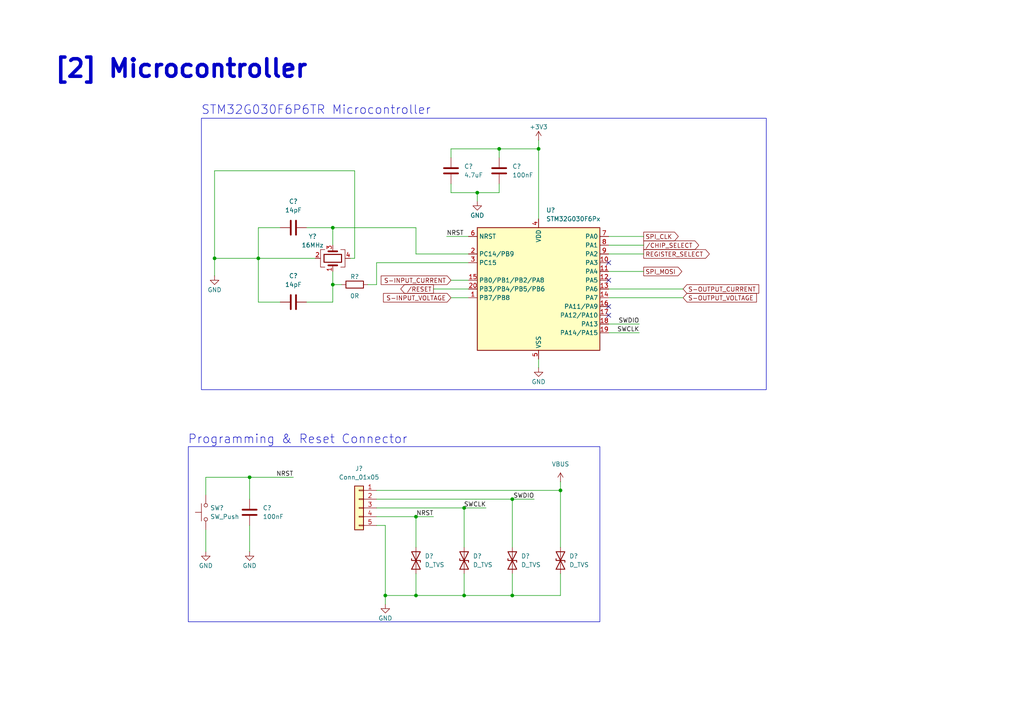
<source format=kicad_sch>
(kicad_sch (version 20231120) (generator "eeschema") (generator_version "8.0")
  (paper "A4")
  (lib_symbols
    (symbol "Connector_Generic:Conn_01x05" (pin_names (offset 1.016) hide)
      (property "Reference" "J" (at 0 7.62 0))
      (property "Value" "Conn_01x05" (at 0 -7.62 0))
      (symbol "Conn_01x05_1_1"
        (rectangle (start -1.27 -4.953) (end 0 -5.207) (stroke (width 0.1524)))
        (rectangle (start -1.27 -2.413) (end 0 -2.667) (stroke (width 0.1524)))
        (rectangle (start -1.27 0.127) (end 0 -0.127) (stroke (width 0.1524)))
        (rectangle (start -1.27 2.667) (end 0 2.413) (stroke (width 0.1524)))
        (rectangle (start -1.27 5.207) (end 0 4.953) (stroke (width 0.1524)))
        (rectangle (start -1.27 6.35) (end 1.27 -6.35) (stroke (width 0.254)) (fill (type background)))
        (pin passive line (at -5.08 5.08 0) (length 3.81) (name "Pin_1") (number "1"))
        (pin passive line (at -5.08 2.54 0) (length 3.81) (name "Pin_2") (number "2"))
        (pin passive line (at -5.08 0 0) (length 3.81) (name "Pin_3") (number "3"))
        (pin passive line (at -5.08 -2.54 0) (length 3.81) (name "Pin_4") (number "4"))
        (pin passive line (at -5.08 -5.08 0) (length 3.81) (name "Pin_5") (number "5"))
      )
    )
    (symbol "Device:C" (pin_numbers hide) (pin_names (offset 0.254))
      (property "Reference" "C" (at 0.635 2.54 0))
      (property "Value" "C" (at 0.635 -2.54 0))
      (symbol "C_0_1"
        (polyline (pts (xy -2.032 -0.762) (xy 2.032 -0.762)) (stroke (width 0.508)))
        (polyline (pts (xy -2.032 0.762) (xy 2.032 0.762)) (stroke (width 0.508)))
      )
      (symbol "C_1_1"
        (pin passive line (at 0 3.81 270) (length 2.794) (name "~") (number "1"))
        (pin passive line (at 0 -3.81 90) (length 2.794) (name "~") (number "2"))
      )
    )
    (symbol "Device:Crystal_GND24" (pin_names (offset 1.016) hide)
      (property "Reference" "Y" (at 3.175 5.08 0))
      (property "Value" "Crystal_GND24" (at 3.175 3.175 0))
      (symbol "Crystal_GND24_0_1"
        (rectangle (start -1.143 2.54) (end 1.143 -2.54) (stroke (width 0.3048)))
        (polyline (pts (xy -2.54 0) (xy -2.032 0)))
        (polyline (pts (xy -2.032 -1.27) (xy -2.032 1.27)) (stroke (width 0.508)))
        (polyline (pts (xy 0 -3.81) (xy 0 -3.556)))
        (polyline (pts (xy 0 3.556) (xy 0 3.81)))
        (polyline (pts (xy 2.032 -1.27) (xy 2.032 1.27)) (stroke (width 0.508)))
        (polyline (pts (xy 2.032 0) (xy 2.54 0)))
        (polyline (pts (xy -2.54 -2.286) (xy -2.54 -3.556) (xy 2.54 -3.556) (xy 2.54 -2.286)))
        (polyline (pts (xy -2.54 2.286) (xy -2.54 3.556) (xy 2.54 3.556) (xy 2.54 2.286)))
      )
      (symbol "Crystal_GND24_1_1"
        (pin passive line (at -3.81 0 0) (length 1.27) (name "1") (number "1"))
        (pin passive line (at 0 5.08 270) (length 1.27) (name "2") (number "2"))
        (pin passive line (at 3.81 0 180) (length 1.27) (name "3") (number "3"))
        (pin passive line (at 0 -5.08 90) (length 1.27) (name "4") (number "4"))
      )
    )
    (symbol "Device:D_TVS" (pin_numbers hide) (pin_names (offset 1.016) hide)
      (property "Reference" "D" (at 0 2.54 0))
      (property "Value" "D_TVS" (at 0 -2.54 0))
      (symbol "D_TVS_0_1"
        (polyline (pts (xy 1.27 0) (xy -1.27 0)))
        (polyline (pts (xy 0.508 1.27) (xy 0 1.27) (xy 0 -1.27) (xy -0.508 -1.27)) (stroke (width 0.254)))
        (polyline (pts (xy -2.54 1.27) (xy -2.54 -1.27) (xy 2.54 1.27) (xy 2.54 -1.27) (xy -2.54 1.27)) (stroke (width 0.254)))
      )
      (symbol "D_TVS_1_1"
        (pin passive line (at -3.81 0 0) (length 2.54) (name "A1") (number "1"))
        (pin passive line (at 3.81 0 180) (length 2.54) (name "A2") (number "2"))
      )
    )
    (symbol "Device:R" (pin_numbers hide) (pin_names (offset 0))
      (property "Reference" "R" (at 2.032 0 90))
      (property "Value" "R" (at 0 0 90))
      (symbol "R_0_1"
        (rectangle (start -1.016 -2.54) (end 1.016 2.54) (stroke (width 0.254)))
      )
      (symbol "R_1_1"
        (pin passive line (at 0 3.81 270) (length 1.27) (name "~") (number "1"))
        (pin passive line (at 0 -3.81 90) (length 1.27) (name "~") (number "2"))
      )
    )
    (symbol "MCU_ST_STM32G0:STM32G030F6Px"
      (property "Reference" "U" (at -17.78 19.05 0))
      (property "Value" "STM32G030F6Px" (at 2.54 19.05 0))
      (symbol "STM32G030F6Px_0_1"
        (rectangle (start -17.78 -17.78) (end 17.78 17.78) (stroke (width 0.254)) (fill (type background)))
      )
      (symbol "STM32G030F6Px_1_1"
        (pin bidirectional line (at -20.32 -2.54 0) (length 2.54) (name "PB7/PB8") (number "1"))
        (pin bidirectional line (at 20.32 7.62 180) (length 2.54) (name "PA3") (number "10"))
        (pin bidirectional line (at 20.32 5.08 180) (length 2.54) (name "PA4") (number "11"))
        (pin bidirectional line (at 20.32 2.54 180) (length 2.54) (name "PA5") (number "12"))
        (pin bidirectional line (at 20.32 0 180) (length 2.54) (name "PA6") (number "13"))
        (pin bidirectional line (at 20.32 -2.54 180) (length 2.54) (name "PA7") (number "14"))
        (pin bidirectional line (at -20.32 2.54 0) (length 2.54) (name "PB0/PB1/PB2/PA8") (number "15"))
        (pin bidirectional line (at 20.32 -5.08 180) (length 2.54) (name "PA11/PA9") (number "16"))
        (pin bidirectional line (at 20.32 -7.62 180) (length 2.54) (name "PA12/PA10") (number "17"))
        (pin bidirectional line (at 20.32 -10.16 180) (length 2.54) (name "PA13") (number "18"))
        (pin bidirectional line (at 20.32 -12.7 180) (length 2.54) (name "PA14/PA15") (number "19"))
        (pin bidirectional line (at -20.32 10.16 0) (length 2.54) (name "PC14/PB9") (number "2"))
        (pin bidirectional line (at -20.32 0 0) (length 2.54) (name "PB3/PB4/PB5/PB6") (number "20"))
        (pin bidirectional line (at -20.32 7.62 0) (length 2.54) (name "PC15") (number "3"))
        (pin power_in line (at 0 20.32 270) (length 2.54) (name "VDD") (number "4"))
        (pin power_in line (at 0 -20.32 90) (length 2.54) (name "VSS") (number "5"))
        (pin input line (at -20.32 15.24 0) (length 2.54) (name "NRST") (number "6"))
        (pin bidirectional line (at 20.32 15.24 180) (length 2.54) (name "PA0") (number "7"))
        (pin bidirectional line (at 20.32 12.7 180) (length 2.54) (name "PA1") (number "8"))
        (pin bidirectional line (at 20.32 10.16 180) (length 2.54) (name "PA2") (number "9"))
      )
    )
    (symbol "Switch:SW_Push" (pin_numbers hide) (pin_names (offset 1.016) hide)
      (property "Reference" "SW" (at 1.27 2.54 0))
      (property "Value" "SW_Push" (at 0 -1.524 0))
      (symbol "SW_Push_0_1"
        (circle (center -2.032 0) (radius 0.508))
        (polyline (pts (xy 0 1.27) (xy 0 3.048)))
        (polyline (pts (xy 2.54 1.27) (xy -2.54 1.27)))
        (circle (center 2.032 0) (radius 0.508))
        (pin passive line (at -5.08 0 0) (length 2.54) (name "1") (number "1"))
        (pin passive line (at 5.08 0 180) (length 2.54) (name "2") (number "2"))
      )
    )
    (symbol "power:+3V3" (power) (pin_numbers hide) (pin_names (offset 0) hide)
      (property "Value" "+3V3" (at 0 3.556 0))
      (symbol "+3V3_0_1"
        (polyline (pts (xy -0.762 1.27) (xy 0 2.54)))
        (polyline (pts (xy 0 0) (xy 0 2.54)))
        (polyline (pts (xy 0 2.54) (xy 0.762 1.27)))
      )
      (symbol "+3V3_1_1"
        (pin power_in line (at 0 0 90) (length 0) (name "~") (number "1"))
      )
    )
    (symbol "power:GND" (power) (pin_numbers hide) (pin_names (offset 0) hide)
      (property "Value" "GND" (at 0 -3.81 0))
      (symbol "GND_0_1"
        (polyline (pts (xy 0 0) (xy 0 -1.27) (xy 1.27 -1.27) (xy 0 -2.54) (xy -1.27 -1.27) (xy 0 -1.27)))
      )
      (symbol "GND_1_1"
        (pin power_in line (at 0 0 270) (length 0) (name "~") (number "1"))
      )
    )
    (symbol "power:VBUS" (power) (pin_numbers hide) (pin_names (offset 0) hide)
      (property "Value" "VBUS" (at 0 3.556 0))
      (symbol "VBUS_0_1"
        (polyline (pts (xy -0.762 1.27) (xy 0 2.54)))
        (polyline (pts (xy 0 0) (xy 0 2.54)))
        (polyline (pts (xy 0 2.54) (xy 0.762 1.27)))
      )
      (symbol "VBUS_1_1"
        (pin power_in line (at 0 0 90) (length 0) (name "~") (number "1"))
      )
    )
  )
  (junction (at 162.56 142.24))
  (junction (at 96.52 82.55))
  (junction (at 138.43 55.88))
  (junction (at 96.52 66.04))
  (junction (at 62.23 74.93))
  (junction (at 156.21 43.18))
  (junction (at 148.59 172.72))
  (junction (at 74.93 74.93))
  (junction (at 120.65 172.72))
  (junction (at 120.65 149.86))
  (junction (at 111.76 172.72))
  (junction (at 148.59 144.78))
  (junction (at 134.62 147.32))
  (junction (at 72.39 138.43))
  (junction (at 144.78 43.18))
  (junction (at 134.62 172.72))
  (no_connect (at 176.53 88.9))
  (no_connect (at 176.53 91.44))
  (no_connect (at 176.53 76.2))
  (no_connect (at 176.53 81.28))
  (wire (pts (xy 130.81 86.36) (xy 135.89 86.36)))
  (wire (pts (xy 102.87 74.93) (xy 102.87 49.53)))
  (wire (pts (xy 129.54 68.58) (xy 135.89 68.58)))
  (wire (pts (xy 144.78 53.34) (xy 144.78 55.88)))
  (wire (pts (xy 156.21 43.18) (xy 156.21 63.5)))
  (wire (pts (xy 96.52 82.55) (xy 99.06 82.55)))
  (wire (pts (xy 74.93 74.93) (xy 62.23 74.93)))
  (wire (pts (xy 74.93 87.63) (xy 74.93 74.93)))
  (wire (pts (xy 120.65 166.37) (xy 120.65 172.72)))
  (wire (pts (xy 162.56 139.7) (xy 162.56 142.24)))
  (wire (pts (xy 96.52 78.74) (xy 96.52 82.55)))
  (wire (pts (xy 176.53 83.82) (xy 198.12 83.82)))
  (wire (pts (xy 81.28 66.04) (xy 74.93 66.04)))
  (wire (pts (xy 138.43 55.88) (xy 138.43 58.42)))
  (wire (pts (xy 120.65 172.72) (xy 134.62 172.72)))
  (wire (pts (xy 59.69 153.67) (xy 59.69 160.02)))
  (wire (pts (xy 176.53 68.58) (xy 186.69 68.58)))
  (wire (pts (xy 111.76 152.4) (xy 111.76 172.72)))
  (wire (pts (xy 144.78 43.18) (xy 156.21 43.18)))
  (wire (pts (xy 88.9 87.63) (xy 96.52 87.63)))
  (wire (pts (xy 156.21 104.14) (xy 156.21 106.68)))
  (wire (pts (xy 130.81 55.88) (xy 138.43 55.88)))
  (wire (pts (xy 102.87 49.53) (xy 62.23 49.53)))
  (wire (pts (xy 176.53 78.74) (xy 186.69 78.74)))
  (wire (pts (xy 59.69 138.43) (xy 59.69 143.51)))
  (wire (pts (xy 109.22 144.78) (xy 148.59 144.78)))
  (wire (pts (xy 72.39 138.43) (xy 59.69 138.43)))
  (wire (pts (xy 109.22 142.24) (xy 162.56 142.24)))
  (wire (pts (xy 134.62 166.37) (xy 134.62 172.72)))
  (wire (pts (xy 120.65 149.86) (xy 120.65 158.75)))
  (wire (pts (xy 74.93 66.04) (xy 74.93 74.93)))
  (wire (pts (xy 134.62 147.32) (xy 140.97 147.32)))
  (wire (pts (xy 134.62 172.72) (xy 148.59 172.72)))
  (wire (pts (xy 135.89 83.82) (xy 125.73 83.82)))
  (wire (pts (xy 144.78 43.18) (xy 144.78 45.72)))
  (wire (pts (xy 176.53 86.36) (xy 198.12 86.36)))
  (wire (pts (xy 130.81 43.18) (xy 144.78 43.18)))
  (wire (pts (xy 91.44 74.93) (xy 74.93 74.93)))
  (wire (pts (xy 176.53 96.52) (xy 185.42 96.52)))
  (wire (pts (xy 130.81 53.34) (xy 130.81 55.88)))
  (wire (pts (xy 101.6 74.93) (xy 102.87 74.93)))
  (wire (pts (xy 88.9 66.04) (xy 96.52 66.04)))
  (wire (pts (xy 109.22 152.4) (xy 111.76 152.4)))
  (wire (pts (xy 134.62 147.32) (xy 134.62 158.75)))
  (wire (pts (xy 130.81 81.28) (xy 135.89 81.28)))
  (wire (pts (xy 135.89 73.66) (xy 120.65 73.66)))
  (wire (pts (xy 176.53 73.66) (xy 186.69 73.66)))
  (wire (pts (xy 120.65 149.86) (xy 125.73 149.86)))
  (wire (pts (xy 62.23 74.93) (xy 62.23 80.01)))
  (wire (pts (xy 176.53 71.12) (xy 186.69 71.12)))
  (wire (pts (xy 176.53 93.98) (xy 185.42 93.98)))
  (wire (pts (xy 162.56 142.24) (xy 162.56 158.75)))
  (wire (pts (xy 120.65 66.04) (xy 96.52 66.04)))
  (wire (pts (xy 144.78 55.88) (xy 138.43 55.88)))
  (wire (pts (xy 109.22 149.86) (xy 120.65 149.86)))
  (wire (pts (xy 62.23 49.53) (xy 62.23 74.93)))
  (wire (pts (xy 148.59 144.78) (xy 154.94 144.78)))
  (wire (pts (xy 85.09 138.43) (xy 72.39 138.43)))
  (wire (pts (xy 148.59 144.78) (xy 148.59 158.75)))
  (wire (pts (xy 148.59 166.37) (xy 148.59 172.72)))
  (wire (pts (xy 156.21 40.64) (xy 156.21 43.18)))
  (wire (pts (xy 72.39 138.43) (xy 72.39 144.78)))
  (wire (pts (xy 120.65 73.66) (xy 120.65 66.04)))
  (wire (pts (xy 96.52 66.04) (xy 96.52 71.12)))
  (wire (pts (xy 109.22 76.2) (xy 109.22 82.55)))
  (wire (pts (xy 96.52 82.55) (xy 96.52 87.63)))
  (wire (pts (xy 81.28 87.63) (xy 74.93 87.63)))
  (wire (pts (xy 135.89 76.2) (xy 109.22 76.2)))
  (wire (pts (xy 72.39 152.4) (xy 72.39 160.02)))
  (wire (pts (xy 162.56 172.72) (xy 148.59 172.72)))
  (wire (pts (xy 130.81 45.72) (xy 130.81 43.18)))
  (wire (pts (xy 162.56 166.37) (xy 162.56 172.72)))
  (wire (pts (xy 106.68 82.55) (xy 109.22 82.55)))
  (wire (pts (xy 109.22 147.32) (xy 134.62 147.32)))
  (wire (pts (xy 111.76 172.72) (xy 111.76 175.26)))
  (wire (pts (xy 120.65 172.72) (xy 111.76 172.72)))
  (rectangle (start 54.61 129.54) (end 173.99 180.34))
  (rectangle (start 58.42 34.29) (end 222.25 113.03))
  (text "Programming & Reset Connector\n" (at 86.36 127.508 0) (effects (font (size 2.54 2.54))))
  (text "STM32G030F6P6TR Microcontroller" (at 91.694 32.004 0) (effects (font (size 2.54 2.54))))
  (text "[2] Microcontroller\n" (at 52.578 20.066 0) (effects (font (size 5.08 5.08) (thickness 1.016) (bold yes))))
  (label "NRST" (at 129.54 68.58 0))
  (label "SWDIO" (at 185.42 93.98 180))
  (label "SWCLK" (at 140.97 147.32 180))
  (label "SWCLK" (at 185.42 96.52 180))
  (label "NRST" (at 85.09 138.43 180))
  (label "SWDIO" (at 154.94 144.78 180))
  (label "NRST" (at 125.73 149.86 180))
  (global_label "{slash}CHIP_SELECT" (shape output) (at 186.69 71.12 0) (property "Intersheetrefs" "${INTERSHEET_REFS}" (effects (hide yes))))
  (global_label "SPI_MOSI" (shape output) (at 186.69 78.74 0) (property "Intersheetrefs" "${INTERSHEET_REFS}" (effects (hide yes))))
  (global_label "SPI_CLK" (shape output) (at 186.69 68.58 0) (property "Intersheetrefs" "${INTERSHEET_REFS}" (effects (hide yes))))
  (global_label "S-OUTPUT_VOLTAGE" (shape input) (at 198.12 86.36 0) (property "Intersheetrefs" "${INTERSHEET_REFS}" (effects (hide yes))))
  (global_label "S-OUTPUT_CURRENT" (shape input) (at 198.12 83.82 0) (property "Intersheetrefs" "${INTERSHEET_REFS}" (effects (hide yes))))
  (global_label "REGISTER_SELECT" (shape output) (at 186.69 73.66 0) (property "Intersheetrefs" "${INTERSHEET_REFS}" (effects (hide yes))))
  (global_label "{slash}RESET" (shape output) (at 125.73 83.82 180) (property "Intersheetrefs" "${INTERSHEET_REFS}" (effects (hide yes))))
  (global_label "S-INPUT_VOLTAGE" (shape input) (at 130.81 86.36 180) (property "Intersheetrefs" "${INTERSHEET_REFS}" (effects (hide yes))))
  (global_label "S-INPUT_CURRENT" (shape input) (at 130.81 81.28 180) (property "Intersheetrefs" "${INTERSHEET_REFS}" (effects (hide yes))))
  (symbol (lib_id "power:GND") (at 59.69 160.02 0) (unit 1)
    (property "Reference" "#PWR05" (effects (hide yes)))
    (property "Value" "GND" (at 59.69 164.084 0))
    (property "Description" "Power symbol creates a global label with name \"GND\" , ground" (effects (hide yes)))
  )
  (symbol (lib_id "Switch:SW_Push") (at 59.69 148.59 90) (unit 1)
    (property "Reference" "SW?" (at 60.96 147.3199 90) (effects (justify right)))
    (property "Value" "SW_Push" (at 60.96 149.8599 90) (effects (justify right)))
    (property "Description" "Push button switch, generic, two pins" (effects (hide yes)))
  )
  (symbol (lib_id "power:GND") (at 138.43 58.42 0) (unit 1)
    (property "Reference" "#PWR03" (effects (hide yes)))
    (property "Value" "GND" (at 138.43 62.484 0))
    (property "Description" "Power symbol creates a global label with name \"GND\" , ground" (effects (hide yes)))
  )
  (symbol (lib_id "Device:C") (at 130.81 49.53 0) (unit 1)
    (property "Reference" "C?" (at 134.62 48.2599 0) (effects (justify left)))
    (property "Value" "4.7uF" (at 134.62 50.7999 0) (effects (justify left)))
    (property "Description" "Unpolarized capacitor" (effects (hide yes)))
  )
  (symbol (lib_id "Device:D_TVS") (at 162.56 162.56 90) (unit 1)
    (property "Reference" "D?" (at 165.1 161.2899 90) (effects (justify right)))
    (property "Value" "D_TVS" (at 165.1 163.8299 90) (effects (justify right)))
    (property "Description" "Bidirectional transient-voltage-suppression diode" (effects (hide yes)))
  )
  (symbol (lib_id "Device:C") (at 85.09 66.04 90) (unit 1)
    (property "Reference" "C?" (at 85.09 58.42 90))
    (property "Value" "14pF" (at 85.09 60.96 90))
    (property "Description" "Unpolarized capacitor" (effects (hide yes)))
  )
  (symbol (lib_id "Device:Crystal_GND24") (at 96.52 74.93 90) (unit 1)
    (property "Reference" "Y?" (at 90.678 68.58 90))
    (property "Value" "16MHz" (at 90.678 71.12 90))
    (property "Description" "Four pin crystal, GND on pins 2 and 4" (effects (hide yes)))
  )
  (symbol (lib_id "power:GND") (at 72.39 160.02 0) (unit 1)
    (property "Reference" "#PWR06" (effects (hide yes)))
    (property "Value" "GND" (at 72.39 164.084 0))
    (property "Description" "Power symbol creates a global label with name \"GND\" , ground" (effects (hide yes)))
  )
  (symbol (lib_id "power:GND") (at 111.76 175.26 0) (unit 1)
    (property "Reference" "#PWR07" (effects (hide yes)))
    (property "Value" "GND" (at 111.76 179.324 0))
    (property "Description" "Power symbol creates a global label with name \"GND\" , ground" (effects (hide yes)))
  )
  (symbol (lib_id "power:+3V3") (at 156.21 40.64 0) (unit 1)
    (property "Reference" "#PWR02" (effects (hide yes)))
    (property "Value" "+3V3" (at 156.21 36.83 0))
    (property "Description" "Power symbol creates a global label with name \"+3V3\"" (effects (hide yes)))
  )
  (symbol (lib_id "power:VBUS") (at 162.56 139.7 0) (unit 1)
    (property "Reference" "#PWR08" (effects (hide yes)))
    (property "Value" "VBUS" (at 162.56 134.62 0))
    (property "Description" "Power symbol creates a global label with name \"VBUS\"" (effects (hide yes)))
  )
  (symbol (lib_id "Device:D_TVS") (at 134.62 162.56 90) (unit 1)
    (property "Reference" "D?" (at 137.16 161.2899 90) (effects (justify right)))
    (property "Value" "D_TVS" (at 137.16 163.8299 90) (effects (justify right)))
    (property "Description" "Bidirectional transient-voltage-suppression diode" (effects (hide yes)))
  )
  (symbol (lib_id "power:GND") (at 156.21 106.68 0) (unit 1)
    (property "Reference" "#PWR01" (effects (hide yes)))
    (property "Value" "GND" (at 156.21 110.744 0))
    (property "Description" "Power symbol creates a global label with name \"GND\" , ground" (effects (hide yes)))
  )
  (symbol (lib_id "Device:C") (at 85.09 87.63 90) (unit 1)
    (property "Reference" "C?" (at 85.09 80.01 90))
    (property "Value" "14pF" (at 85.09 82.55 90))
    (property "Description" "Unpolarized capacitor" (effects (hide yes)))
  )
  (symbol (lib_id "power:GND") (at 62.23 80.01 0) (unit 1)
    (property "Reference" "#PWR04" (effects (hide yes)))
    (property "Value" "GND" (at 62.23 84.074 0))
    (property "Description" "Power symbol creates a global label with name \"GND\" , ground" (effects (hide yes)))
  )
  (symbol (lib_id "Connector_Generic:Conn_01x05") (at 104.14 147.32 0) (mirror y) (unit 1)
    (property "Reference" "J?" (at 104.14 135.89 0))
    (property "Value" "Conn_01x05" (at 104.14 138.43 0))
    (property "Description" "Generic connector, single row, 01x05, script generated (kicad-library-utils/schlib/autogen/connector/)" (effects (hide yes)))
  )
  (symbol (lib_id "Device:D_TVS") (at 148.59 162.56 90) (unit 1)
    (property "Reference" "D?" (at 151.13 161.2899 90) (effects (justify right)))
    (property "Value" "D_TVS" (at 151.13 163.8299 90) (effects (justify right)))
    (property "Description" "Bidirectional transient-voltage-suppression diode" (effects (hide yes)))
  )
  (symbol (lib_id "Device:R") (at 102.87 82.55 90) (unit 1)
    (property "Reference" "R?" (at 102.87 80.264 90))
    (property "Value" "0R" (at 102.87 85.852 90))
    (property "Description" "Resistor" (effects (hide yes)))
  )
  (symbol (lib_id "Device:D_TVS") (at 120.65 162.56 90) (unit 1)
    (property "Reference" "D?" (at 123.19 161.2899 90) (effects (justify right)))
    (property "Value" "D_TVS" (at 123.19 163.8299 90) (effects (justify right)))
    (property "Description" "Bidirectional transient-voltage-suppression diode" (effects (hide yes)))
  )
  (symbol (lib_id "Device:C") (at 144.78 49.53 0) (unit 1)
    (property "Reference" "C?" (at 148.59 48.2599 0) (effects (justify left)))
    (property "Value" "100nF" (at 148.59 50.7999 0) (effects (justify left)))
    (property "Description" "Unpolarized capacitor" (effects (hide yes)))
  )
  (symbol (lib_id "MCU_ST_STM32G0:STM32G030F6Px") (at 156.21 83.82 0) (unit 1)
    (property "Reference" "U?" (at 158.4041 60.96 0) (effects (justify left)))
    (property "Value" "STM32G030F6Px" (at 158.4041 63.5 0) (effects (justify left)))
    (property "Footprint" "Package_SO:TSSOP-20_4.4x6.5mm_P0.65mm" (effects (hide yes)))
    (property "Datasheet" "https://www.st.com/resource/en/datasheet/stm32g030f6.pdf" (effects (hide yes)))
    (property "Description" "STMicroelectronics Arm Cortex-M0+ MCU, 32KB flash, 8KB RAM, 64 MHz, 2.0-3.6V, 17 GPIO, TSSOP20" (effects (hide yes)))
  )
  (symbol (lib_id "Device:C") (at 72.39 148.59 0) (unit 1)
    (property "Reference" "C?" (at 76.2 147.3199 0) (effects (justify left)))
    (property "Value" "100nF" (at 76.2 149.8599 0) (effects (justify left)))
    (property "Description" "Unpolarized capacitor" (effects (hide yes)))
  )
)
</source>
